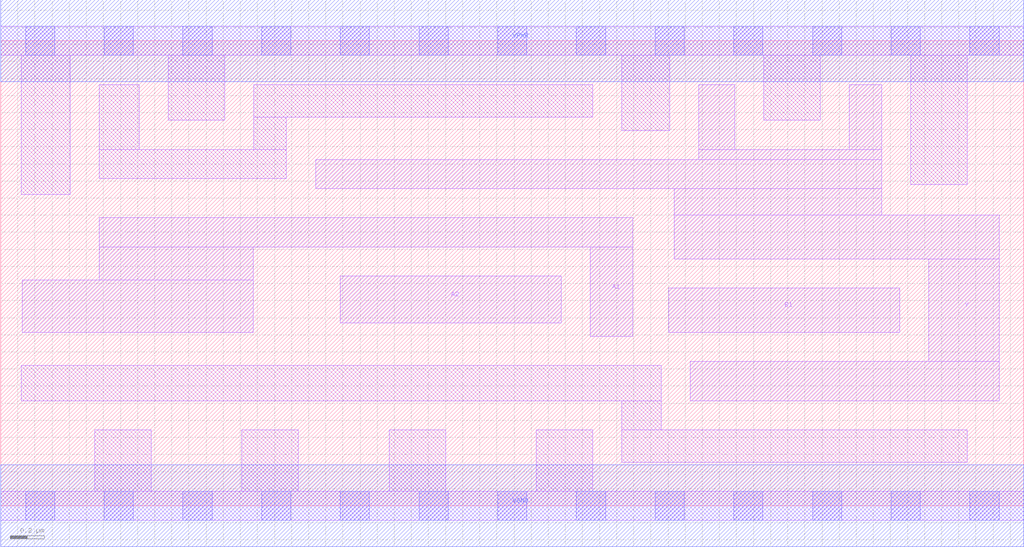
<source format=lef>
# Copyright 2020 The SkyWater PDK Authors
#
# Licensed under the Apache License, Version 2.0 (the "License");
# you may not use this file except in compliance with the License.
# You may obtain a copy of the License at
#
#     https://www.apache.org/licenses/LICENSE-2.0
#
# Unless required by applicable law or agreed to in writing, software
# distributed under the License is distributed on an "AS IS" BASIS,
# WITHOUT WARRANTIES OR CONDITIONS OF ANY KIND, either express or implied.
# See the License for the specific language governing permissions and
# limitations under the License.
#
# SPDX-License-Identifier: Apache-2.0

VERSION 5.7 ;
  NAMESCASESENSITIVE ON ;
  NOWIREEXTENSIONATPIN ON ;
  DIVIDERCHAR "/" ;
  BUSBITCHARS "[]" ;
UNITS
  DATABASE MICRONS 200 ;
END UNITS
MACRO sky130_fd_sc_hd__o21ai_4
  CLASS CORE ;
  SOURCE USER ;
  FOREIGN sky130_fd_sc_hd__o21ai_4 ;
  ORIGIN  0.000000  0.000000 ;
  SIZE  5.980000 BY  2.720000 ;
  SYMMETRY X Y R90 ;
  SITE unithd ;
  PIN A1
    ANTENNAGATEAREA  0.990000 ;
    DIRECTION INPUT ;
    USE SIGNAL ;
    PORT
      LAYER li1 ;
        RECT 0.125000 1.015000 1.475000 1.320000 ;
        RECT 0.575000 1.320000 1.475000 1.515000 ;
        RECT 0.575000 1.515000 3.695000 1.685000 ;
        RECT 3.445000 0.990000 3.695000 1.515000 ;
    END
  END A1
  PIN A2
    ANTENNAGATEAREA  0.990000 ;
    DIRECTION INPUT ;
    USE SIGNAL ;
    PORT
      LAYER li1 ;
        RECT 1.985000 1.070000 3.275000 1.345000 ;
    END
  END A2
  PIN B1
    ANTENNAGATEAREA  0.990000 ;
    DIRECTION INPUT ;
    USE SIGNAL ;
    PORT
      LAYER li1 ;
        RECT 3.905000 1.015000 5.255000 1.275000 ;
    END
  END B1
  PIN Y
    ANTENNADIFFAREA  1.484000 ;
    DIRECTION OUTPUT ;
    USE SIGNAL ;
    PORT
      LAYER li1 ;
        RECT 1.840000 1.855000 5.150000 2.025000 ;
        RECT 3.935000 1.445000 5.835000 1.700000 ;
        RECT 3.935000 1.700000 5.150000 1.855000 ;
        RECT 4.030000 0.615000 5.835000 0.845000 ;
        RECT 4.080000 2.025000 5.150000 2.085000 ;
        RECT 4.080000 2.085000 4.290000 2.465000 ;
        RECT 4.960000 2.085000 5.150000 2.465000 ;
        RECT 5.425000 0.845000 5.835000 1.445000 ;
    END
  END Y
  PIN VGND
    DIRECTION INOUT ;
    SHAPE ABUTMENT ;
    USE GROUND ;
    PORT
      LAYER met1 ;
        RECT 0.000000 -0.240000 5.980000 0.240000 ;
    END
  END VGND
  PIN VPWR
    DIRECTION INOUT ;
    SHAPE ABUTMENT ;
    USE POWER ;
    PORT
      LAYER met1 ;
        RECT 0.000000 2.480000 5.980000 2.960000 ;
    END
  END VPWR
  OBS
    LAYER li1 ;
      RECT 0.000000 -0.085000 5.980000 0.085000 ;
      RECT 0.000000  2.635000 5.980000 2.805000 ;
      RECT 0.120000  0.615000 3.860000 0.820000 ;
      RECT 0.120000  1.820000 0.405000 2.635000 ;
      RECT 0.550000  0.085000 0.880000 0.445000 ;
      RECT 0.575000  1.915000 1.670000 2.085000 ;
      RECT 0.575000  2.085000 0.810000 2.465000 ;
      RECT 0.980000  2.255000 1.310000 2.635000 ;
      RECT 1.410000  0.085000 1.740000 0.445000 ;
      RECT 1.480000  2.085000 1.670000 2.275000 ;
      RECT 1.480000  2.275000 3.460000 2.465000 ;
      RECT 2.270000  0.085000 2.600000 0.445000 ;
      RECT 3.130000  0.085000 3.460000 0.445000 ;
      RECT 3.630000  0.255000 5.650000 0.445000 ;
      RECT 3.630000  0.445000 3.860000 0.615000 ;
      RECT 3.630000  2.195000 3.910000 2.635000 ;
      RECT 4.460000  2.255000 4.790000 2.635000 ;
      RECT 5.320000  1.880000 5.650000 2.635000 ;
    LAYER mcon ;
      RECT 0.145000 -0.085000 0.315000 0.085000 ;
      RECT 0.145000  2.635000 0.315000 2.805000 ;
      RECT 0.605000 -0.085000 0.775000 0.085000 ;
      RECT 0.605000  2.635000 0.775000 2.805000 ;
      RECT 1.065000 -0.085000 1.235000 0.085000 ;
      RECT 1.065000  2.635000 1.235000 2.805000 ;
      RECT 1.525000 -0.085000 1.695000 0.085000 ;
      RECT 1.525000  2.635000 1.695000 2.805000 ;
      RECT 1.985000 -0.085000 2.155000 0.085000 ;
      RECT 1.985000  2.635000 2.155000 2.805000 ;
      RECT 2.445000 -0.085000 2.615000 0.085000 ;
      RECT 2.445000  2.635000 2.615000 2.805000 ;
      RECT 2.905000 -0.085000 3.075000 0.085000 ;
      RECT 2.905000  2.635000 3.075000 2.805000 ;
      RECT 3.365000 -0.085000 3.535000 0.085000 ;
      RECT 3.365000  2.635000 3.535000 2.805000 ;
      RECT 3.825000 -0.085000 3.995000 0.085000 ;
      RECT 3.825000  2.635000 3.995000 2.805000 ;
      RECT 4.285000 -0.085000 4.455000 0.085000 ;
      RECT 4.285000  2.635000 4.455000 2.805000 ;
      RECT 4.745000 -0.085000 4.915000 0.085000 ;
      RECT 4.745000  2.635000 4.915000 2.805000 ;
      RECT 5.205000 -0.085000 5.375000 0.085000 ;
      RECT 5.205000  2.635000 5.375000 2.805000 ;
      RECT 5.665000 -0.085000 5.835000 0.085000 ;
      RECT 5.665000  2.635000 5.835000 2.805000 ;
  END
END sky130_fd_sc_hd__o21ai_4
END LIBRARY

</source>
